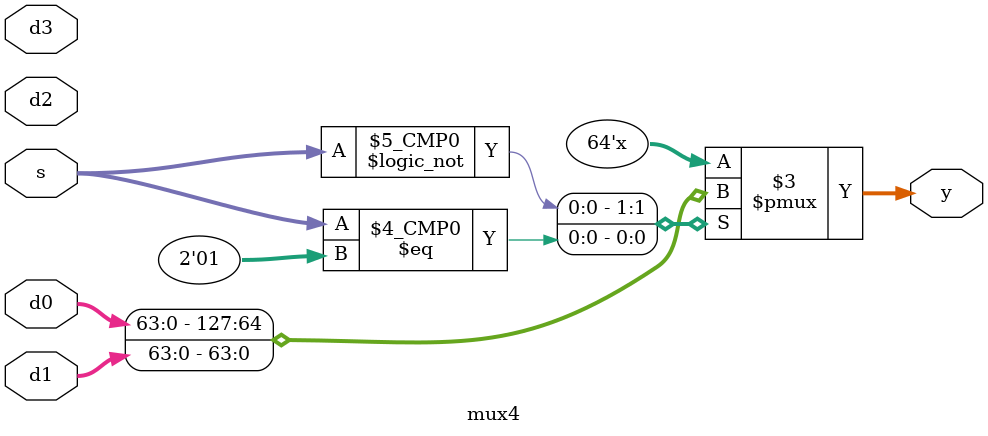
<source format=sv>

module mux4 #(parameter N = 64)
				(input logic [N-1:0] d0, d1, d2, d3, 
				input logic [0:1] s,
				output logic [N-1:0] y);
	always_comb
		begin 
			casez(s)
				00 : y = d0;
				01 : y = d1;
				10 : y = d2;
				11 : y = d3;
			endcase 
		end
endmodule
</source>
